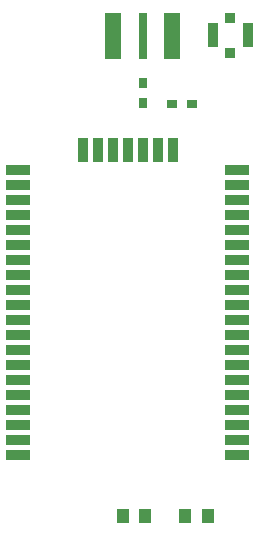
<source format=gbr>
G04 DipTrace 3.0.0.2*
G04 TopPaste.gbr*
%MOMM*%
G04 #@! TF.FileFunction,Paste,Top*
G04 #@! TF.Part,Single*
%ADD45R,0.81X2.074*%
%ADD47R,2.074X0.81*%
%ADD49R,0.9X0.8*%
%ADD51R,0.8X0.9*%
%ADD59R,1.1X1.3*%
%ADD63R,0.9X2.05*%
%ADD65R,0.85X0.9*%
%ADD67R,0.65X3.86*%
%ADD69R,1.32X3.86*%
%FSLAX35Y35*%
G04*
G71*
G90*
G75*
G01*
G04 TopPaste*
%LPD*%
D69*
X1525000Y6253000D3*
D67*
X1779000Y6252000D3*
D69*
X2032000D3*
D65*
X2523000Y6106000D3*
Y6406000D3*
D63*
X2673000Y6256000D3*
X2373000D3*
D59*
X1800000Y2190000D3*
X1610000D3*
X2140000D3*
X2330000D3*
D51*
X1781000Y5679000D3*
Y5849000D3*
D49*
X2027000Y5678000D3*
X2197000D3*
D47*
X2581000Y2705000D3*
Y2832000D3*
Y2959000D3*
Y3086000D3*
Y3213000D3*
Y3340000D3*
Y3467000D3*
Y3594000D3*
Y3721000D3*
Y3848000D3*
Y3975000D3*
Y4102000D3*
Y4229000D3*
Y4356000D3*
Y4483000D3*
Y4610000D3*
Y4737000D3*
Y4864000D3*
Y4991000D3*
Y5118000D3*
D45*
X2035500Y5282500D3*
X1908500D3*
X1781500D3*
X1654500D3*
X1527500D3*
X1400500D3*
X1273500D3*
D47*
X728000Y5118000D3*
Y4991000D3*
Y4864000D3*
Y4737000D3*
Y4610000D3*
Y4483000D3*
Y4356000D3*
Y4229000D3*
Y4102000D3*
Y3975000D3*
Y3848000D3*
Y3721000D3*
Y3594000D3*
Y3467000D3*
Y3340000D3*
Y3213000D3*
Y3086000D3*
Y2959000D3*
Y2832000D3*
Y2705000D3*
M02*

</source>
